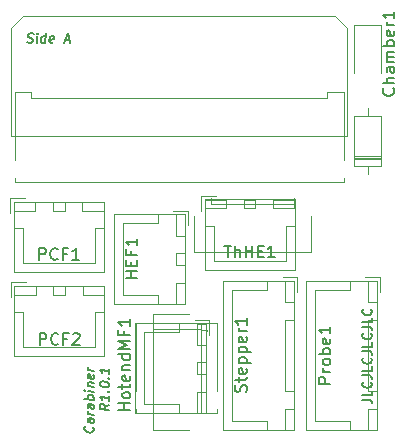
<source format=gbr>
G04 #@! TF.GenerationSoftware,KiCad,Pcbnew,5.99.0-unknown-e02bb80bf3~131~ubuntu20.10.1*
G04 #@! TF.CreationDate,2021-07-20T00:02:42+02:00*
G04 #@! TF.ProjectId,carabiner,63617261-6269-46e6-9572-2e6b69636164,rev?*
G04 #@! TF.SameCoordinates,Original*
G04 #@! TF.FileFunction,Legend,Top*
G04 #@! TF.FilePolarity,Positive*
%FSLAX46Y46*%
G04 Gerber Fmt 4.6, Leading zero omitted, Abs format (unit mm)*
G04 Created by KiCad (PCBNEW 5.99.0-unknown-e02bb80bf3~131~ubuntu20.10.1) date 2021-07-20 00:02:42*
%MOMM*%
%LPD*%
G01*
G04 APERTURE LIST*
%ADD10C,0.150000*%
%ADD11C,0.120000*%
G04 APERTURE END LIST*
D10*
X52277595Y-35733809D02*
X52387119Y-35771904D01*
X52577595Y-35771904D01*
X52658547Y-35733809D01*
X52701404Y-35695714D01*
X52749023Y-35619523D01*
X52758547Y-35543333D01*
X52729976Y-35467142D01*
X52696642Y-35429047D01*
X52625214Y-35390952D01*
X52477595Y-35352857D01*
X52406166Y-35314761D01*
X52372833Y-35276666D01*
X52344261Y-35200476D01*
X52353785Y-35124285D01*
X52401404Y-35048095D01*
X52444261Y-35010000D01*
X52525214Y-34971904D01*
X52715690Y-34971904D01*
X52825214Y-35010000D01*
X53072833Y-35771904D02*
X53139500Y-35238571D01*
X53172833Y-34971904D02*
X53129976Y-35010000D01*
X53163309Y-35048095D01*
X53206166Y-35010000D01*
X53172833Y-34971904D01*
X53163309Y-35048095D01*
X53796642Y-35771904D02*
X53896642Y-34971904D01*
X53801404Y-35733809D02*
X53720452Y-35771904D01*
X53568071Y-35771904D01*
X53496642Y-35733809D01*
X53463309Y-35695714D01*
X53434738Y-35619523D01*
X53463309Y-35390952D01*
X53510928Y-35314761D01*
X53553785Y-35276666D01*
X53634738Y-35238571D01*
X53787119Y-35238571D01*
X53858547Y-35276666D01*
X54487119Y-35733809D02*
X54406166Y-35771904D01*
X54253785Y-35771904D01*
X54182357Y-35733809D01*
X54153785Y-35657619D01*
X54191880Y-35352857D01*
X54239500Y-35276666D01*
X54320452Y-35238571D01*
X54472833Y-35238571D01*
X54544261Y-35276666D01*
X54572833Y-35352857D01*
X54563309Y-35429047D01*
X54172833Y-35505238D01*
X55463309Y-35543333D02*
X55844261Y-35543333D01*
X55358547Y-35771904D02*
X55725214Y-34971904D01*
X55891880Y-35771904D01*
X80661904Y-65995238D02*
X81233333Y-65995238D01*
X81347619Y-66033333D01*
X81423809Y-66109523D01*
X81461904Y-66223809D01*
X81461904Y-66300000D01*
X81461904Y-65233333D02*
X81461904Y-65614285D01*
X80661904Y-65614285D01*
X81385714Y-64509523D02*
X81423809Y-64547619D01*
X81461904Y-64661904D01*
X81461904Y-64738095D01*
X81423809Y-64852380D01*
X81347619Y-64928571D01*
X81271428Y-64966666D01*
X81119047Y-65004761D01*
X81004761Y-65004761D01*
X80852380Y-64966666D01*
X80776190Y-64928571D01*
X80700000Y-64852380D01*
X80661904Y-64738095D01*
X80661904Y-64661904D01*
X80700000Y-64547619D01*
X80738095Y-64509523D01*
X80661904Y-63938095D02*
X81233333Y-63938095D01*
X81347619Y-63976190D01*
X81423809Y-64052380D01*
X81461904Y-64166666D01*
X81461904Y-64242857D01*
X81461904Y-63176190D02*
X81461904Y-63557142D01*
X80661904Y-63557142D01*
X81385714Y-62452380D02*
X81423809Y-62490476D01*
X81461904Y-62604761D01*
X81461904Y-62680952D01*
X81423809Y-62795238D01*
X81347619Y-62871428D01*
X81271428Y-62909523D01*
X81119047Y-62947619D01*
X81004761Y-62947619D01*
X80852380Y-62909523D01*
X80776190Y-62871428D01*
X80700000Y-62795238D01*
X80661904Y-62680952D01*
X80661904Y-62604761D01*
X80700000Y-62490476D01*
X80738095Y-62452380D01*
X80661904Y-61880952D02*
X81233333Y-61880952D01*
X81347619Y-61919047D01*
X81423809Y-61995238D01*
X81461904Y-62109523D01*
X81461904Y-62185714D01*
X81461904Y-61119047D02*
X81461904Y-61500000D01*
X80661904Y-61500000D01*
X81385714Y-60395238D02*
X81423809Y-60433333D01*
X81461904Y-60547619D01*
X81461904Y-60623809D01*
X81423809Y-60738095D01*
X81347619Y-60814285D01*
X81271428Y-60852380D01*
X81119047Y-60890476D01*
X81004761Y-60890476D01*
X80852380Y-60852380D01*
X80776190Y-60814285D01*
X80700000Y-60738095D01*
X80661904Y-60623809D01*
X80661904Y-60547619D01*
X80700000Y-60433333D01*
X80738095Y-60395238D01*
X80661904Y-59823809D02*
X81233333Y-59823809D01*
X81347619Y-59861904D01*
X81423809Y-59938095D01*
X81461904Y-60052380D01*
X81461904Y-60128571D01*
X81461904Y-59061904D02*
X81461904Y-59442857D01*
X80661904Y-59442857D01*
X81385714Y-58338095D02*
X81423809Y-58376190D01*
X81461904Y-58490476D01*
X81461904Y-58566666D01*
X81423809Y-58680952D01*
X81347619Y-58757142D01*
X81271428Y-58795238D01*
X81119047Y-58833333D01*
X81004761Y-58833333D01*
X80852380Y-58795238D01*
X80776190Y-58757142D01*
X80700000Y-58680952D01*
X80661904Y-58566666D01*
X80661904Y-58490476D01*
X80700000Y-58376190D01*
X80738095Y-58338095D01*
X57841714Y-68318976D02*
X57879809Y-68361833D01*
X57917904Y-68480880D01*
X57917904Y-68557071D01*
X57879809Y-68666595D01*
X57803619Y-68733261D01*
X57727428Y-68761833D01*
X57575047Y-68780880D01*
X57460761Y-68766595D01*
X57308380Y-68709452D01*
X57232190Y-68661833D01*
X57156000Y-68576119D01*
X57117904Y-68457071D01*
X57117904Y-68380880D01*
X57156000Y-68271357D01*
X57194095Y-68238023D01*
X57917904Y-67642785D02*
X57498857Y-67590404D01*
X57422666Y-67618976D01*
X57384571Y-67690404D01*
X57384571Y-67842785D01*
X57422666Y-67923738D01*
X57879809Y-67638023D02*
X57917904Y-67718976D01*
X57917904Y-67909452D01*
X57879809Y-67980880D01*
X57803619Y-68009452D01*
X57727428Y-67999928D01*
X57651238Y-67952309D01*
X57613142Y-67871357D01*
X57613142Y-67680880D01*
X57575047Y-67599928D01*
X57917904Y-67261833D02*
X57384571Y-67195166D01*
X57536952Y-67214214D02*
X57460761Y-67166595D01*
X57422666Y-67123738D01*
X57384571Y-67042785D01*
X57384571Y-66966595D01*
X57917904Y-66423738D02*
X57498857Y-66371357D01*
X57422666Y-66399928D01*
X57384571Y-66471357D01*
X57384571Y-66623738D01*
X57422666Y-66704690D01*
X57879809Y-66418976D02*
X57917904Y-66499928D01*
X57917904Y-66690404D01*
X57879809Y-66761833D01*
X57803619Y-66790404D01*
X57727428Y-66780880D01*
X57651238Y-66733261D01*
X57613142Y-66652309D01*
X57613142Y-66461833D01*
X57575047Y-66380880D01*
X57917904Y-66042785D02*
X57117904Y-65942785D01*
X57422666Y-65980880D02*
X57384571Y-65899928D01*
X57384571Y-65747547D01*
X57422666Y-65676119D01*
X57460761Y-65642785D01*
X57536952Y-65614214D01*
X57765523Y-65642785D01*
X57841714Y-65690404D01*
X57879809Y-65733261D01*
X57917904Y-65814214D01*
X57917904Y-65966595D01*
X57879809Y-66038023D01*
X57917904Y-65318976D02*
X57384571Y-65252309D01*
X57117904Y-65218976D02*
X57156000Y-65261833D01*
X57194095Y-65228500D01*
X57156000Y-65185642D01*
X57117904Y-65218976D01*
X57194095Y-65228500D01*
X57384571Y-64871357D02*
X57917904Y-64938023D01*
X57460761Y-64880880D02*
X57422666Y-64838023D01*
X57384571Y-64757071D01*
X57384571Y-64642785D01*
X57422666Y-64571357D01*
X57498857Y-64542785D01*
X57917904Y-64595166D01*
X57879809Y-63904690D02*
X57917904Y-63985642D01*
X57917904Y-64138023D01*
X57879809Y-64209452D01*
X57803619Y-64238023D01*
X57498857Y-64199928D01*
X57422666Y-64152309D01*
X57384571Y-64071357D01*
X57384571Y-63918976D01*
X57422666Y-63847547D01*
X57498857Y-63818976D01*
X57575047Y-63828500D01*
X57651238Y-64218976D01*
X57917904Y-63528500D02*
X57384571Y-63461833D01*
X57536952Y-63480880D02*
X57460761Y-63433261D01*
X57422666Y-63390404D01*
X57384571Y-63309452D01*
X57384571Y-63233261D01*
X59205904Y-66423738D02*
X58824952Y-66642785D01*
X59205904Y-66880880D02*
X58405904Y-66780880D01*
X58405904Y-66476119D01*
X58444000Y-66404690D01*
X58482095Y-66371357D01*
X58558285Y-66342785D01*
X58672571Y-66357071D01*
X58748761Y-66404690D01*
X58786857Y-66447547D01*
X58824952Y-66528500D01*
X58824952Y-66833261D01*
X59205904Y-65661833D02*
X59205904Y-66118976D01*
X59205904Y-65890404D02*
X58405904Y-65790404D01*
X58520190Y-65880880D01*
X58596380Y-65966595D01*
X58634476Y-66047547D01*
X59129714Y-65309452D02*
X59167809Y-65276119D01*
X59205904Y-65318976D01*
X59167809Y-65352309D01*
X59129714Y-65309452D01*
X59205904Y-65318976D01*
X58405904Y-64685642D02*
X58405904Y-64609452D01*
X58444000Y-64538023D01*
X58482095Y-64504690D01*
X58558285Y-64476119D01*
X58710666Y-64457071D01*
X58901142Y-64480880D01*
X59053523Y-64538023D01*
X59129714Y-64585642D01*
X59167809Y-64628500D01*
X59205904Y-64709452D01*
X59205904Y-64785642D01*
X59167809Y-64857071D01*
X59129714Y-64890404D01*
X59053523Y-64918976D01*
X58901142Y-64938023D01*
X58710666Y-64914214D01*
X58558285Y-64857071D01*
X58482095Y-64809452D01*
X58444000Y-64766595D01*
X58405904Y-64685642D01*
X59129714Y-64166595D02*
X59167809Y-64133261D01*
X59205904Y-64176119D01*
X59167809Y-64209452D01*
X59129714Y-64166595D01*
X59205904Y-64176119D01*
X59205904Y-63376119D02*
X59205904Y-63833261D01*
X59205904Y-63604690D02*
X58405904Y-63504690D01*
X58520190Y-63595166D01*
X58596380Y-63680880D01*
X58634476Y-63761833D01*
X61002380Y-66883333D02*
X60002380Y-66883333D01*
X60478571Y-66883333D02*
X60478571Y-66311904D01*
X61002380Y-66311904D02*
X60002380Y-66311904D01*
X61002380Y-65692857D02*
X60954761Y-65788095D01*
X60907142Y-65835714D01*
X60811904Y-65883333D01*
X60526190Y-65883333D01*
X60430952Y-65835714D01*
X60383333Y-65788095D01*
X60335714Y-65692857D01*
X60335714Y-65549999D01*
X60383333Y-65454761D01*
X60430952Y-65407142D01*
X60526190Y-65359523D01*
X60811904Y-65359523D01*
X60907142Y-65407142D01*
X60954761Y-65454761D01*
X61002380Y-65549999D01*
X61002380Y-65692857D01*
X60335714Y-65073809D02*
X60335714Y-64692857D01*
X60002380Y-64930952D02*
X60859523Y-64930952D01*
X60954761Y-64883333D01*
X61002380Y-64788095D01*
X61002380Y-64692857D01*
X60954761Y-63978571D02*
X61002380Y-64073809D01*
X61002380Y-64264285D01*
X60954761Y-64359523D01*
X60859523Y-64407142D01*
X60478571Y-64407142D01*
X60383333Y-64359523D01*
X60335714Y-64264285D01*
X60335714Y-64073809D01*
X60383333Y-63978571D01*
X60478571Y-63930952D01*
X60573809Y-63930952D01*
X60669047Y-64407142D01*
X60335714Y-63502380D02*
X61002380Y-63502380D01*
X60430952Y-63502380D02*
X60383333Y-63454761D01*
X60335714Y-63359523D01*
X60335714Y-63216666D01*
X60383333Y-63121428D01*
X60478571Y-63073809D01*
X61002380Y-63073809D01*
X61002380Y-62169047D02*
X60002380Y-62169047D01*
X60954761Y-62169047D02*
X61002380Y-62264285D01*
X61002380Y-62454761D01*
X60954761Y-62550000D01*
X60907142Y-62597619D01*
X60811904Y-62645238D01*
X60526190Y-62645238D01*
X60430952Y-62597619D01*
X60383333Y-62550000D01*
X60335714Y-62454761D01*
X60335714Y-62264285D01*
X60383333Y-62169047D01*
X61002380Y-61692857D02*
X60002380Y-61692857D01*
X60716666Y-61359523D01*
X60002380Y-61026190D01*
X61002380Y-61026190D01*
X60478571Y-60216666D02*
X60478571Y-60550000D01*
X61002380Y-60550000D02*
X60002380Y-60550000D01*
X60002380Y-60073809D01*
X61002380Y-59169047D02*
X61002380Y-59740476D01*
X61002380Y-59454761D02*
X60002380Y-59454761D01*
X60145238Y-59550000D01*
X60240476Y-59645238D01*
X60288095Y-59740476D01*
X61602380Y-55692857D02*
X60602380Y-55692857D01*
X61078571Y-55692857D02*
X61078571Y-55121428D01*
X61602380Y-55121428D02*
X60602380Y-55121428D01*
X61078571Y-54645238D02*
X61078571Y-54311904D01*
X61602380Y-54169047D02*
X61602380Y-54645238D01*
X60602380Y-54645238D01*
X60602380Y-54169047D01*
X61078571Y-53407142D02*
X61078571Y-53740476D01*
X61602380Y-53740476D02*
X60602380Y-53740476D01*
X60602380Y-53264285D01*
X61602380Y-52359523D02*
X61602380Y-52930952D01*
X61602380Y-52645238D02*
X60602380Y-52645238D01*
X60745238Y-52740476D01*
X60840476Y-52835714D01*
X60888095Y-52930952D01*
X53283333Y-54152380D02*
X53283333Y-53152380D01*
X53664285Y-53152380D01*
X53759523Y-53200000D01*
X53807142Y-53247619D01*
X53854761Y-53342857D01*
X53854761Y-53485714D01*
X53807142Y-53580952D01*
X53759523Y-53628571D01*
X53664285Y-53676190D01*
X53283333Y-53676190D01*
X54854761Y-54057142D02*
X54807142Y-54104761D01*
X54664285Y-54152380D01*
X54569047Y-54152380D01*
X54426190Y-54104761D01*
X54330952Y-54009523D01*
X54283333Y-53914285D01*
X54235714Y-53723809D01*
X54235714Y-53580952D01*
X54283333Y-53390476D01*
X54330952Y-53295238D01*
X54426190Y-53200000D01*
X54569047Y-53152380D01*
X54664285Y-53152380D01*
X54807142Y-53200000D01*
X54854761Y-53247619D01*
X55616666Y-53628571D02*
X55283333Y-53628571D01*
X55283333Y-54152380D02*
X55283333Y-53152380D01*
X55759523Y-53152380D01*
X56664285Y-54152380D02*
X56092857Y-54152380D01*
X56378571Y-54152380D02*
X56378571Y-53152380D01*
X56283333Y-53295238D01*
X56188095Y-53390476D01*
X56092857Y-53438095D01*
X53333333Y-61352380D02*
X53333333Y-60352380D01*
X53714285Y-60352380D01*
X53809523Y-60400000D01*
X53857142Y-60447619D01*
X53904761Y-60542857D01*
X53904761Y-60685714D01*
X53857142Y-60780952D01*
X53809523Y-60828571D01*
X53714285Y-60876190D01*
X53333333Y-60876190D01*
X54904761Y-61257142D02*
X54857142Y-61304761D01*
X54714285Y-61352380D01*
X54619047Y-61352380D01*
X54476190Y-61304761D01*
X54380952Y-61209523D01*
X54333333Y-61114285D01*
X54285714Y-60923809D01*
X54285714Y-60780952D01*
X54333333Y-60590476D01*
X54380952Y-60495238D01*
X54476190Y-60400000D01*
X54619047Y-60352380D01*
X54714285Y-60352380D01*
X54857142Y-60400000D01*
X54904761Y-60447619D01*
X55666666Y-60828571D02*
X55333333Y-60828571D01*
X55333333Y-61352380D02*
X55333333Y-60352380D01*
X55809523Y-60352380D01*
X56142857Y-60447619D02*
X56190476Y-60400000D01*
X56285714Y-60352380D01*
X56523809Y-60352380D01*
X56619047Y-60400000D01*
X56666666Y-60447619D01*
X56714285Y-60542857D01*
X56714285Y-60638095D01*
X56666666Y-60780952D01*
X56095238Y-61352380D01*
X56714285Y-61352380D01*
X77952380Y-64630952D02*
X76952380Y-64630952D01*
X76952380Y-64250000D01*
X77000000Y-64154761D01*
X77047619Y-64107142D01*
X77142857Y-64059523D01*
X77285714Y-64059523D01*
X77380952Y-64107142D01*
X77428571Y-64154761D01*
X77476190Y-64250000D01*
X77476190Y-64630952D01*
X77952380Y-63630952D02*
X77285714Y-63630952D01*
X77476190Y-63630952D02*
X77380952Y-63583333D01*
X77333333Y-63535714D01*
X77285714Y-63440476D01*
X77285714Y-63345238D01*
X77952380Y-62869047D02*
X77904761Y-62964285D01*
X77857142Y-63011904D01*
X77761904Y-63059523D01*
X77476190Y-63059523D01*
X77380952Y-63011904D01*
X77333333Y-62964285D01*
X77285714Y-62869047D01*
X77285714Y-62726190D01*
X77333333Y-62630952D01*
X77380952Y-62583333D01*
X77476190Y-62535714D01*
X77761904Y-62535714D01*
X77857142Y-62583333D01*
X77904761Y-62630952D01*
X77952380Y-62726190D01*
X77952380Y-62869047D01*
X77952380Y-62107142D02*
X76952380Y-62107142D01*
X77333333Y-62107142D02*
X77285714Y-62011904D01*
X77285714Y-61821428D01*
X77333333Y-61726190D01*
X77380952Y-61678571D01*
X77476190Y-61630952D01*
X77761904Y-61630952D01*
X77857142Y-61678571D01*
X77904761Y-61726190D01*
X77952380Y-61821428D01*
X77952380Y-62011904D01*
X77904761Y-62107142D01*
X77904761Y-60821428D02*
X77952380Y-60916666D01*
X77952380Y-61107142D01*
X77904761Y-61202380D01*
X77809523Y-61250000D01*
X77428571Y-61250000D01*
X77333333Y-61202380D01*
X77285714Y-61107142D01*
X77285714Y-60916666D01*
X77333333Y-60821428D01*
X77428571Y-60773809D01*
X77523809Y-60773809D01*
X77619047Y-61250000D01*
X77952380Y-59821428D02*
X77952380Y-60392857D01*
X77952380Y-60107142D02*
X76952380Y-60107142D01*
X77095238Y-60202380D01*
X77190476Y-60297619D01*
X77238095Y-60392857D01*
X70804761Y-65319047D02*
X70852380Y-65176190D01*
X70852380Y-64938095D01*
X70804761Y-64842857D01*
X70757142Y-64795238D01*
X70661904Y-64747619D01*
X70566666Y-64747619D01*
X70471428Y-64795238D01*
X70423809Y-64842857D01*
X70376190Y-64938095D01*
X70328571Y-65128571D01*
X70280952Y-65223809D01*
X70233333Y-65271428D01*
X70138095Y-65319047D01*
X70042857Y-65319047D01*
X69947619Y-65271428D01*
X69900000Y-65223809D01*
X69852380Y-65128571D01*
X69852380Y-64890476D01*
X69900000Y-64747619D01*
X70185714Y-64461904D02*
X70185714Y-64080952D01*
X69852380Y-64319047D02*
X70709523Y-64319047D01*
X70804761Y-64271428D01*
X70852380Y-64176190D01*
X70852380Y-64080952D01*
X70804761Y-63366666D02*
X70852380Y-63461904D01*
X70852380Y-63652380D01*
X70804761Y-63747619D01*
X70709523Y-63795238D01*
X70328571Y-63795238D01*
X70233333Y-63747619D01*
X70185714Y-63652380D01*
X70185714Y-63461904D01*
X70233333Y-63366666D01*
X70328571Y-63319047D01*
X70423809Y-63319047D01*
X70519047Y-63795238D01*
X70185714Y-62890476D02*
X71185714Y-62890476D01*
X70233333Y-62890476D02*
X70185714Y-62795238D01*
X70185714Y-62604761D01*
X70233333Y-62509523D01*
X70280952Y-62461904D01*
X70376190Y-62414285D01*
X70661904Y-62414285D01*
X70757142Y-62461904D01*
X70804761Y-62509523D01*
X70852380Y-62604761D01*
X70852380Y-62795238D01*
X70804761Y-62890476D01*
X70185714Y-61985714D02*
X71185714Y-61985714D01*
X70233333Y-61985714D02*
X70185714Y-61890476D01*
X70185714Y-61700000D01*
X70233333Y-61604761D01*
X70280952Y-61557142D01*
X70376190Y-61509523D01*
X70661904Y-61509523D01*
X70757142Y-61557142D01*
X70804761Y-61604761D01*
X70852380Y-61700000D01*
X70852380Y-61890476D01*
X70804761Y-61985714D01*
X70804761Y-60700000D02*
X70852380Y-60795238D01*
X70852380Y-60985714D01*
X70804761Y-61080952D01*
X70709523Y-61128571D01*
X70328571Y-61128571D01*
X70233333Y-61080952D01*
X70185714Y-60985714D01*
X70185714Y-60795238D01*
X70233333Y-60700000D01*
X70328571Y-60652380D01*
X70423809Y-60652380D01*
X70519047Y-61128571D01*
X70852380Y-60223809D02*
X70185714Y-60223809D01*
X70376190Y-60223809D02*
X70280952Y-60176190D01*
X70233333Y-60128571D01*
X70185714Y-60033333D01*
X70185714Y-59938095D01*
X70852380Y-59080952D02*
X70852380Y-59652380D01*
X70852380Y-59366666D02*
X69852380Y-59366666D01*
X69995238Y-59461904D01*
X70090476Y-59557142D01*
X70138095Y-59652380D01*
X68959523Y-52952380D02*
X69530952Y-52952380D01*
X69245238Y-53952380D02*
X69245238Y-52952380D01*
X69864285Y-53952380D02*
X69864285Y-52952380D01*
X70292857Y-53952380D02*
X70292857Y-53428571D01*
X70245238Y-53333333D01*
X70150000Y-53285714D01*
X70007142Y-53285714D01*
X69911904Y-53333333D01*
X69864285Y-53380952D01*
X70769047Y-53952380D02*
X70769047Y-52952380D01*
X70769047Y-53428571D02*
X71340476Y-53428571D01*
X71340476Y-53952380D02*
X71340476Y-52952380D01*
X71816666Y-53428571D02*
X72150000Y-53428571D01*
X72292857Y-53952380D02*
X71816666Y-53952380D01*
X71816666Y-52952380D01*
X72292857Y-52952380D01*
X73245238Y-53952380D02*
X72673809Y-53952380D01*
X72959523Y-53952380D02*
X72959523Y-52952380D01*
X72864285Y-53095238D01*
X72769047Y-53190476D01*
X72673809Y-53238095D01*
X83277142Y-39628571D02*
X83324761Y-39676190D01*
X83372380Y-39819047D01*
X83372380Y-39914285D01*
X83324761Y-40057142D01*
X83229523Y-40152380D01*
X83134285Y-40200000D01*
X82943809Y-40247619D01*
X82800952Y-40247619D01*
X82610476Y-40200000D01*
X82515238Y-40152380D01*
X82420000Y-40057142D01*
X82372380Y-39914285D01*
X82372380Y-39819047D01*
X82420000Y-39676190D01*
X82467619Y-39628571D01*
X83372380Y-39200000D02*
X82372380Y-39200000D01*
X83372380Y-38771428D02*
X82848571Y-38771428D01*
X82753333Y-38819047D01*
X82705714Y-38914285D01*
X82705714Y-39057142D01*
X82753333Y-39152380D01*
X82800952Y-39200000D01*
X83372380Y-37866666D02*
X82848571Y-37866666D01*
X82753333Y-37914285D01*
X82705714Y-38009523D01*
X82705714Y-38200000D01*
X82753333Y-38295238D01*
X83324761Y-37866666D02*
X83372380Y-37961904D01*
X83372380Y-38200000D01*
X83324761Y-38295238D01*
X83229523Y-38342857D01*
X83134285Y-38342857D01*
X83039047Y-38295238D01*
X82991428Y-38200000D01*
X82991428Y-37961904D01*
X82943809Y-37866666D01*
X83372380Y-37390476D02*
X82705714Y-37390476D01*
X82800952Y-37390476D02*
X82753333Y-37342857D01*
X82705714Y-37247619D01*
X82705714Y-37104761D01*
X82753333Y-37009523D01*
X82848571Y-36961904D01*
X83372380Y-36961904D01*
X82848571Y-36961904D02*
X82753333Y-36914285D01*
X82705714Y-36819047D01*
X82705714Y-36676190D01*
X82753333Y-36580952D01*
X82848571Y-36533333D01*
X83372380Y-36533333D01*
X83372380Y-36057142D02*
X82372380Y-36057142D01*
X82753333Y-36057142D02*
X82705714Y-35961904D01*
X82705714Y-35771428D01*
X82753333Y-35676190D01*
X82800952Y-35628571D01*
X82896190Y-35580952D01*
X83181904Y-35580952D01*
X83277142Y-35628571D01*
X83324761Y-35676190D01*
X83372380Y-35771428D01*
X83372380Y-35961904D01*
X83324761Y-36057142D01*
X83324761Y-34771428D02*
X83372380Y-34866666D01*
X83372380Y-35057142D01*
X83324761Y-35152380D01*
X83229523Y-35200000D01*
X82848571Y-35200000D01*
X82753333Y-35152380D01*
X82705714Y-35057142D01*
X82705714Y-34866666D01*
X82753333Y-34771428D01*
X82848571Y-34723809D01*
X82943809Y-34723809D01*
X83039047Y-35200000D01*
X83372380Y-34295238D02*
X82705714Y-34295238D01*
X82896190Y-34295238D02*
X82800952Y-34247619D01*
X82753333Y-34200000D01*
X82705714Y-34104761D01*
X82705714Y-34009523D01*
X83372380Y-33152380D02*
X83372380Y-33723809D01*
X83372380Y-33438095D02*
X82372380Y-33438095D01*
X82515238Y-33533333D01*
X82610476Y-33628571D01*
X82658095Y-33723809D01*
D11*
X79980000Y-45510000D02*
X82220000Y-45510000D01*
X79980000Y-41990000D02*
X79980000Y-46230000D01*
X81100000Y-41340000D02*
X81100000Y-41990000D01*
X79980000Y-45390000D02*
X82220000Y-45390000D01*
X79980000Y-45630000D02*
X82220000Y-45630000D01*
X79980000Y-46230000D02*
X82220000Y-46230000D01*
X82220000Y-46230000D02*
X82220000Y-41990000D01*
X81100000Y-46880000D02*
X81100000Y-46230000D01*
X82220000Y-41990000D02*
X79980000Y-41990000D01*
X66015000Y-58715000D02*
X62940000Y-58715000D01*
X62940000Y-58715000D02*
X62940000Y-68585000D01*
X67030000Y-67165000D02*
X67530000Y-67165000D01*
X62940000Y-68585000D02*
X66015000Y-68585000D01*
X67530000Y-60135000D02*
X67030000Y-60135000D01*
X67530000Y-67165000D02*
X67530000Y-67145000D01*
X67030000Y-60135000D02*
X67030000Y-67165000D01*
X67530000Y-60155000D02*
X67530000Y-60135000D01*
X64850000Y-50300000D02*
X64850000Y-52100000D01*
X64850000Y-54600000D02*
X65600000Y-54600000D01*
X63350000Y-50300000D02*
X63350000Y-51050000D01*
X65610000Y-57910000D02*
X65610000Y-50290000D01*
X65610000Y-50290000D02*
X59640000Y-50290000D01*
X59640000Y-50290000D02*
X59640000Y-57910000D01*
X60400000Y-51050000D02*
X60400000Y-54100000D01*
X64850000Y-53600000D02*
X64850000Y-54600000D01*
X65600000Y-54600000D02*
X65600000Y-53600000D01*
X65600000Y-56100000D02*
X64850000Y-56100000D01*
X63350000Y-57150000D02*
X60400000Y-57150000D01*
X65600000Y-52100000D02*
X65600000Y-50300000D01*
X63350000Y-51050000D02*
X60400000Y-51050000D01*
X64850000Y-57900000D02*
X65600000Y-57900000D01*
X60400000Y-57150000D02*
X60400000Y-54100000D01*
X59640000Y-57910000D02*
X65610000Y-57910000D01*
X65600000Y-53600000D02*
X64850000Y-53600000D01*
X64850000Y-56100000D02*
X64850000Y-57900000D01*
X65600000Y-57900000D02*
X65600000Y-56100000D01*
X65600000Y-50300000D02*
X64850000Y-50300000D01*
X63350000Y-57900000D02*
X63350000Y-57150000D01*
X64850000Y-52100000D02*
X65600000Y-52100000D01*
X65900000Y-51250000D02*
X65900000Y-50000000D01*
X65900000Y-50000000D02*
X64650000Y-50000000D01*
X79315000Y-43650000D02*
X50945000Y-43650000D01*
X51945000Y-33520000D02*
X78315000Y-33520000D01*
X78315000Y-33520000D02*
X79315000Y-34520000D01*
X79315000Y-34520000D02*
X79315000Y-43650000D01*
X50945000Y-34520000D02*
X51945000Y-33520000D01*
X50945000Y-43650000D02*
X50945000Y-34520000D01*
X58760000Y-55210000D02*
X58760000Y-49240000D01*
X51150000Y-51500000D02*
X51900000Y-51500000D01*
X51900000Y-51500000D02*
X51900000Y-54450000D01*
X52950000Y-49250000D02*
X51150000Y-49250000D01*
X56950000Y-49250000D02*
X56950000Y-50000000D01*
X55450000Y-50000000D02*
X55450000Y-49250000D01*
X52950000Y-50000000D02*
X52950000Y-49250000D01*
X58760000Y-49240000D02*
X51140000Y-49240000D01*
X51150000Y-49250000D02*
X51150000Y-50000000D01*
X51900000Y-54450000D02*
X54950000Y-54450000D01*
X58750000Y-50000000D02*
X58750000Y-49250000D01*
X56950000Y-50000000D02*
X58750000Y-50000000D01*
X58000000Y-51500000D02*
X58000000Y-54450000D01*
X54450000Y-50000000D02*
X55450000Y-50000000D01*
X55450000Y-49250000D02*
X54450000Y-49250000D01*
X51140000Y-49240000D02*
X51140000Y-55210000D01*
X51150000Y-50000000D02*
X52950000Y-50000000D01*
X51140000Y-55210000D02*
X58760000Y-55210000D01*
X52100000Y-48950000D02*
X50850000Y-48950000D01*
X58750000Y-49250000D02*
X56950000Y-49250000D01*
X54450000Y-49250000D02*
X54450000Y-50000000D01*
X50850000Y-48950000D02*
X50850000Y-50200000D01*
X58000000Y-54450000D02*
X54950000Y-54450000D01*
X58750000Y-51500000D02*
X58000000Y-51500000D01*
X58800000Y-57100000D02*
X58800000Y-56350000D01*
X53000000Y-56350000D02*
X51200000Y-56350000D01*
X51950000Y-58600000D02*
X51950000Y-61550000D01*
X53000000Y-57100000D02*
X53000000Y-56350000D01*
X55500000Y-57100000D02*
X55500000Y-56350000D01*
X58810000Y-56340000D02*
X51190000Y-56340000D01*
X58800000Y-56350000D02*
X57000000Y-56350000D01*
X51190000Y-62310000D02*
X58810000Y-62310000D01*
X54500000Y-57100000D02*
X55500000Y-57100000D01*
X54500000Y-56350000D02*
X54500000Y-57100000D01*
X58800000Y-58600000D02*
X58050000Y-58600000D01*
X51200000Y-58600000D02*
X51950000Y-58600000D01*
X55500000Y-56350000D02*
X54500000Y-56350000D01*
X52150000Y-56050000D02*
X50900000Y-56050000D01*
X50900000Y-56050000D02*
X50900000Y-57300000D01*
X58050000Y-58600000D02*
X58050000Y-61550000D01*
X51950000Y-61550000D02*
X55000000Y-61550000D01*
X57000000Y-57100000D02*
X58800000Y-57100000D01*
X51200000Y-56350000D02*
X51200000Y-57100000D01*
X58810000Y-62310000D02*
X58810000Y-56340000D01*
X51200000Y-57100000D02*
X53000000Y-57100000D01*
X57000000Y-56350000D02*
X57000000Y-57100000D01*
X51190000Y-56340000D02*
X51190000Y-62310000D01*
X58050000Y-61550000D02*
X55000000Y-61550000D01*
X81100000Y-66750000D02*
X81100000Y-68550000D01*
X79600000Y-55950000D02*
X79600000Y-56700000D01*
X81100000Y-65250000D02*
X81850000Y-65250000D01*
X75890000Y-68560000D02*
X81860000Y-68560000D01*
X81100000Y-59250000D02*
X81100000Y-65250000D01*
X81850000Y-57750000D02*
X81850000Y-55950000D01*
X81100000Y-57750000D02*
X81850000Y-57750000D01*
X79600000Y-67800000D02*
X76650000Y-67800000D01*
X79600000Y-56700000D02*
X76650000Y-56700000D01*
X81850000Y-68550000D02*
X81850000Y-66750000D01*
X75890000Y-55940000D02*
X75890000Y-68560000D01*
X82150000Y-55650000D02*
X80900000Y-55650000D01*
X81860000Y-55940000D02*
X75890000Y-55940000D01*
X76650000Y-67800000D02*
X76650000Y-62250000D01*
X81850000Y-66750000D02*
X81100000Y-66750000D01*
X76650000Y-56700000D02*
X76650000Y-62250000D01*
X81100000Y-68550000D02*
X81850000Y-68550000D01*
X79600000Y-68550000D02*
X79600000Y-67800000D01*
X81100000Y-55950000D02*
X81100000Y-57750000D01*
X81850000Y-59250000D02*
X81100000Y-59250000D01*
X81860000Y-68560000D02*
X81860000Y-55940000D01*
X81850000Y-55950000D02*
X81100000Y-55950000D01*
X81850000Y-65250000D02*
X81850000Y-59250000D01*
X82150000Y-56900000D02*
X82150000Y-55650000D01*
X72600000Y-67800000D02*
X69650000Y-67800000D01*
X74860000Y-68560000D02*
X74860000Y-55940000D01*
X69650000Y-56700000D02*
X69650000Y-62250000D01*
X74100000Y-65250000D02*
X74850000Y-65250000D01*
X74850000Y-65250000D02*
X74850000Y-59250000D01*
X75150000Y-55650000D02*
X73900000Y-55650000D01*
X74100000Y-59250000D02*
X74100000Y-65250000D01*
X75150000Y-56900000D02*
X75150000Y-55650000D01*
X74850000Y-66750000D02*
X74100000Y-66750000D01*
X74100000Y-55950000D02*
X74100000Y-57750000D01*
X74850000Y-59250000D02*
X74100000Y-59250000D01*
X69650000Y-67800000D02*
X69650000Y-62250000D01*
X72600000Y-55950000D02*
X72600000Y-56700000D01*
X68890000Y-68560000D02*
X74860000Y-68560000D01*
X72600000Y-68550000D02*
X72600000Y-67800000D01*
X74850000Y-55950000D02*
X74100000Y-55950000D01*
X74860000Y-55940000D02*
X68890000Y-55940000D01*
X74850000Y-68550000D02*
X74850000Y-66750000D01*
X74100000Y-66750000D02*
X74100000Y-68550000D01*
X74850000Y-57750000D02*
X74850000Y-55950000D01*
X74100000Y-57750000D02*
X74850000Y-57750000D01*
X74100000Y-68550000D02*
X74850000Y-68550000D01*
X68890000Y-55940000D02*
X68890000Y-68560000D01*
X72600000Y-56700000D02*
X69650000Y-56700000D01*
X68050000Y-51300000D02*
X68050000Y-54250000D01*
X67300000Y-49050000D02*
X67300000Y-49800000D01*
X68050000Y-54250000D02*
X71100000Y-54250000D01*
X67300000Y-51300000D02*
X68050000Y-51300000D01*
X67290000Y-55010000D02*
X74910000Y-55010000D01*
X73100000Y-49050000D02*
X73100000Y-49800000D01*
X74910000Y-49040000D02*
X67290000Y-49040000D01*
X74150000Y-51300000D02*
X74150000Y-54250000D01*
X73100000Y-49800000D02*
X74900000Y-49800000D01*
X70600000Y-49050000D02*
X70600000Y-49800000D01*
X67290000Y-49040000D02*
X67290000Y-55010000D01*
X70600000Y-49800000D02*
X71600000Y-49800000D01*
X74910000Y-55010000D02*
X74910000Y-49040000D01*
X67000000Y-48750000D02*
X67000000Y-50000000D01*
X67300000Y-49800000D02*
X69100000Y-49800000D01*
X74900000Y-49050000D02*
X73100000Y-49050000D01*
X68250000Y-48750000D02*
X67000000Y-48750000D01*
X71600000Y-49050000D02*
X70600000Y-49050000D01*
X69100000Y-49800000D02*
X69100000Y-49050000D01*
X74900000Y-49800000D02*
X74900000Y-49050000D01*
X71600000Y-49800000D02*
X71600000Y-49050000D01*
X69100000Y-49050000D02*
X67300000Y-49050000D01*
X74150000Y-54250000D02*
X71100000Y-54250000D01*
X74900000Y-51300000D02*
X74150000Y-51300000D01*
X82235000Y-34240000D02*
X79965000Y-34240000D01*
X82235000Y-38300000D02*
X82235000Y-34240000D01*
X79965000Y-34240000D02*
X79965000Y-38300000D01*
X62200000Y-66400000D02*
X62200000Y-63350000D01*
X67700000Y-59250000D02*
X66450000Y-59250000D01*
X67400000Y-67150000D02*
X67400000Y-65350000D01*
X66650000Y-62850000D02*
X66650000Y-63850000D01*
X62200000Y-60300000D02*
X62200000Y-63350000D01*
X67410000Y-67160000D02*
X67410000Y-59540000D01*
X65150000Y-59550000D02*
X65150000Y-60300000D01*
X67400000Y-59550000D02*
X66650000Y-59550000D01*
X61440000Y-59540000D02*
X61440000Y-67160000D01*
X66650000Y-63850000D02*
X67400000Y-63850000D01*
X67400000Y-65350000D02*
X66650000Y-65350000D01*
X65150000Y-66400000D02*
X62200000Y-66400000D01*
X66650000Y-65350000D02*
X66650000Y-67150000D01*
X67700000Y-60500000D02*
X67700000Y-59250000D01*
X66650000Y-59550000D02*
X66650000Y-61350000D01*
X65150000Y-60300000D02*
X62200000Y-60300000D01*
X67400000Y-62850000D02*
X66650000Y-62850000D01*
X66650000Y-67150000D02*
X67400000Y-67150000D01*
X61440000Y-67160000D02*
X67410000Y-67160000D01*
X67400000Y-63850000D02*
X67400000Y-62850000D01*
X66650000Y-61350000D02*
X67400000Y-61350000D01*
X67400000Y-61350000D02*
X67400000Y-59550000D01*
X67410000Y-59540000D02*
X61440000Y-59540000D01*
X65150000Y-67150000D02*
X65150000Y-66400000D01*
X51215000Y-39970000D02*
X52635000Y-39970000D01*
X77665000Y-39970000D02*
X79085000Y-39970000D01*
X51215000Y-45730000D02*
X51215000Y-39970000D01*
X52635000Y-39970000D02*
X52635000Y-40470000D01*
X51215000Y-47250000D02*
X51215000Y-47560000D01*
X52635000Y-40470000D02*
X77665000Y-40470000D01*
X51215000Y-47560000D02*
X79085000Y-47560000D01*
X79085000Y-39970000D02*
X79085000Y-45730000D01*
X79085000Y-47560000D02*
X79085000Y-47250000D01*
X77665000Y-40470000D02*
X77665000Y-39970000D01*
X74865000Y-48920000D02*
X74845000Y-48920000D01*
X67835000Y-49420000D02*
X74865000Y-49420000D01*
X67835000Y-48920000D02*
X67835000Y-49420000D01*
X67855000Y-48920000D02*
X67835000Y-48920000D01*
X66415000Y-53510000D02*
X76285000Y-53510000D01*
X76285000Y-53510000D02*
X76285000Y-50435000D01*
X66415000Y-50435000D02*
X66415000Y-53510000D01*
X74865000Y-49420000D02*
X74865000Y-48920000D01*
X79315000Y-43650000D02*
X79315000Y-39825000D01*
X50945000Y-34520000D02*
X51945000Y-33520000D01*
X79315000Y-34520000D02*
X79315000Y-36635000D01*
X50945000Y-39825000D02*
X50945000Y-43650000D01*
X50945000Y-43650000D02*
X79315000Y-43650000D01*
X51945000Y-33520000D02*
X78315000Y-33520000D01*
X50945000Y-36635000D02*
X50945000Y-34520000D01*
X78315000Y-33520000D02*
X79315000Y-34520000D01*
X61515000Y-59520000D02*
X62935000Y-59520000D01*
X68385000Y-59520000D02*
X68385000Y-65280000D01*
X61515000Y-65280000D02*
X61515000Y-59520000D01*
X66965000Y-60020000D02*
X66965000Y-59520000D01*
X62935000Y-60020000D02*
X66965000Y-60020000D01*
X68385000Y-67110000D02*
X68385000Y-66800000D01*
X61515000Y-67110000D02*
X68385000Y-67110000D01*
X61515000Y-66800000D02*
X61515000Y-67110000D01*
X62935000Y-59520000D02*
X62935000Y-60020000D01*
X66965000Y-59520000D02*
X68385000Y-59520000D01*
M02*

</source>
